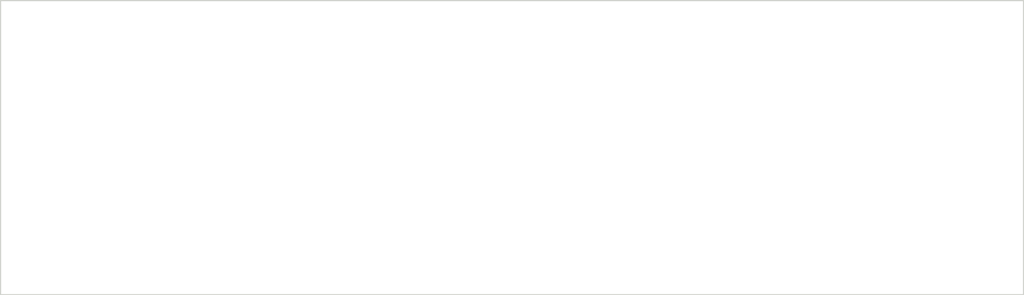
<source format=kicad_pcb>
(kicad_pcb (version 20211014) (generator pcbnew)

  (general
    (thickness 1.6)
  )

  (paper "A4")
  (layers
    (0 "F.Cu" signal)
    (31 "B.Cu" signal)
    (32 "B.Adhes" user "B.Adhesive")
    (33 "F.Adhes" user "F.Adhesive")
    (34 "B.Paste" user)
    (35 "F.Paste" user)
    (36 "B.SilkS" user "B.Silkscreen")
    (37 "F.SilkS" user "F.Silkscreen")
    (38 "B.Mask" user)
    (39 "F.Mask" user)
    (40 "Dwgs.User" user "User.Drawings")
    (41 "Cmts.User" user "User.Comments")
    (42 "Eco1.User" user "User.Eco1")
    (43 "Eco2.User" user "User.Eco2")
    (44 "Edge.Cuts" user)
    (45 "Margin" user)
    (46 "B.CrtYd" user "B.Courtyard")
    (47 "F.CrtYd" user "F.Courtyard")
    (48 "B.Fab" user)
    (49 "F.Fab" user)
    (50 "User.1" user)
    (51 "User.2" user)
    (52 "User.3" user)
    (53 "User.4" user)
    (54 "User.5" user)
    (55 "User.6" user)
    (56 "User.7" user)
    (57 "User.8" user)
    (58 "User.9" user)
  )

  (setup
    (pad_to_mask_clearance 0)
    (pcbplotparams
      (layerselection 0x00010fc_ffffffff)
      (disableapertmacros false)
      (usegerberextensions false)
      (usegerberattributes true)
      (usegerberadvancedattributes true)
      (creategerberjobfile true)
      (svguseinch false)
      (svgprecision 6)
      (excludeedgelayer true)
      (plotframeref false)
      (viasonmask false)
      (mode 1)
      (useauxorigin false)
      (hpglpennumber 1)
      (hpglpenspeed 20)
      (hpglpendiameter 15.000000)
      (dxfpolygonmode true)
      (dxfimperialunits true)
      (dxfusepcbnewfont true)
      (psnegative false)
      (psa4output false)
      (plotreference true)
      (plotvalue true)
      (plotinvisibletext false)
      (sketchpadsonfab false)
      (subtractmaskfromsilk false)
      (outputformat 1)
      (mirror false)
      (drillshape 1)
      (scaleselection 1)
      (outputdirectory "")
    )
  )

  (net 0 "")

  (gr_rect (start 90 60) (end 172 79.05) (layer "Dwgs.User") (width 0.2) (fill none) (tstamp cd1f495c-b227-42ac-9e07-97faaf039339))
  (gr_rect (start 86.825 56.825) (end 175.175 82.225) (layer "Edge.Cuts") (width 0.1) (fill none) (tstamp 3b9aaa34-dc12-4001-b07d-79d270c2a498))

)

</source>
